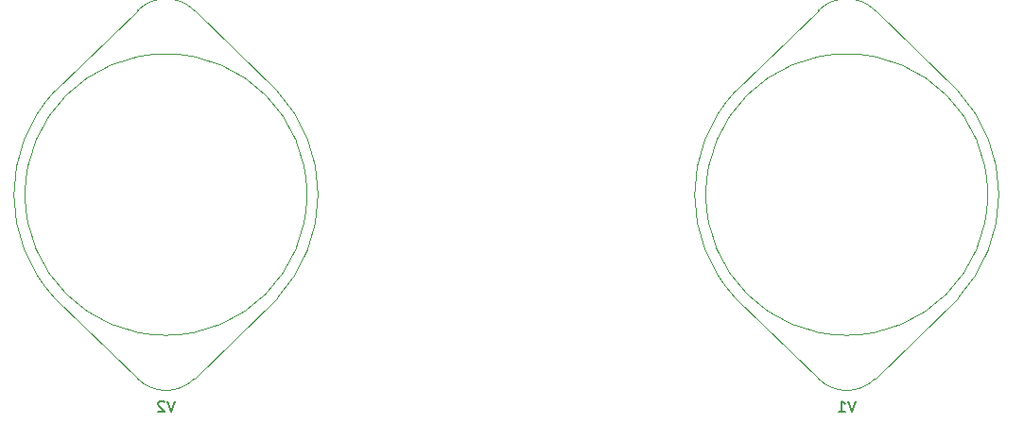
<source format=gbo>
G04 #@! TF.GenerationSoftware,KiCad,Pcbnew,5.1.10-88a1d61d58~90~ubuntu20.04.1*
G04 #@! TF.CreationDate,2021-08-18T14:00:20-04:00*
G04 #@! TF.ProjectId,single_ended_tube_amp,73696e67-6c65-45f6-956e-6465645f7475,0*
G04 #@! TF.SameCoordinates,Original*
G04 #@! TF.FileFunction,Legend,Bot*
G04 #@! TF.FilePolarity,Positive*
%FSLAX46Y46*%
G04 Gerber Fmt 4.6, Leading zero omitted, Abs format (unit mm)*
G04 Created by KiCad (PCBNEW 5.1.10-88a1d61d58~90~ubuntu20.04.1) date 2021-08-18 14:00:20*
%MOMM*%
%LPD*%
G01*
G04 APERTURE LIST*
%ADD10C,0.120000*%
%ADD11C,0.150000*%
%ADD12C,2.400000*%
%ADD13R,2.400000X2.400000*%
%ADD14O,2.400000X2.400000*%
%ADD15C,2.800000*%
%ADD16C,2.550000*%
%ADD17R,3.200000X3.200000*%
%ADD18C,3.200000*%
%ADD19C,2.000000*%
%ADD20C,2.500000*%
%ADD21O,3.500000X3.500000*%
%ADD22C,3.100000*%
%ADD23O,1.600000X1.600000*%
%ADD24C,1.600000*%
%ADD25C,2.340000*%
%ADD26R,1.600000X1.600000*%
G04 APERTURE END LIST*
D10*
X132080000Y-62230000D02*
X124663402Y-69447175D01*
X137160000Y-62230000D02*
X144549644Y-69418380D01*
X124690355Y-88061621D02*
X132080000Y-95250000D01*
X137160000Y-95250000D02*
X144555923Y-88054927D01*
X147240000Y-78740000D02*
G75*
G03*
X147240000Y-78740000I-12620000J0D01*
G01*
X144555923Y-88054927D02*
G75*
G03*
X148239487Y-78740000I-9935923J9314927D01*
G01*
X132080000Y-95250000D02*
G75*
G03*
X137160000Y-95250000I2540000J2540000D01*
G01*
X137160000Y-62230000D02*
G75*
G03*
X132080000Y-62230000I-2540000J-2540000D01*
G01*
X148239487Y-78740000D02*
G75*
G03*
X144549644Y-69418380I-13619487J0D01*
G01*
X124663402Y-69447175D02*
G75*
G03*
X124690356Y-88061620I9956598J-9292825D01*
G01*
X71120000Y-62230000D02*
X63703402Y-69447175D01*
X76200000Y-62230000D02*
X83589644Y-69418380D01*
X63730355Y-88061621D02*
X71120000Y-95250000D01*
X76200000Y-95250000D02*
X83595923Y-88054927D01*
X86280000Y-78740000D02*
G75*
G03*
X86280000Y-78740000I-12620000J0D01*
G01*
X83595923Y-88054927D02*
G75*
G03*
X87279487Y-78740000I-9935923J9314927D01*
G01*
X71120000Y-95250000D02*
G75*
G03*
X76200000Y-95250000I2540000J2540000D01*
G01*
X76200000Y-62230000D02*
G75*
G03*
X71120000Y-62230000I-2540000J-2540000D01*
G01*
X87279487Y-78740000D02*
G75*
G03*
X83589644Y-69418380I-13619487J0D01*
G01*
X63703402Y-69447175D02*
G75*
G03*
X63730356Y-88061620I9956598J-9292825D01*
G01*
D11*
X135429523Y-97242380D02*
X135096190Y-98242380D01*
X134762857Y-97242380D01*
X133905714Y-98242380D02*
X134477142Y-98242380D01*
X134191428Y-98242380D02*
X134191428Y-97242380D01*
X134286666Y-97385238D01*
X134381904Y-97480476D01*
X134477142Y-97528095D01*
X74469523Y-97242380D02*
X74136190Y-98242380D01*
X73802857Y-97242380D01*
X73517142Y-97337619D02*
X73469523Y-97290000D01*
X73374285Y-97242380D01*
X73136190Y-97242380D01*
X73040952Y-97290000D01*
X72993333Y-97337619D01*
X72945714Y-97432857D01*
X72945714Y-97528095D01*
X72993333Y-97670952D01*
X73564761Y-98242380D01*
X72945714Y-98242380D01*
%LPC*%
D12*
X36950000Y-121920000D03*
D13*
X44450000Y-121920000D03*
D12*
X19170000Y-121920000D03*
D13*
X26670000Y-121920000D03*
D14*
X116840000Y-71120000D03*
D12*
X116840000Y-91440000D03*
D15*
X-5080000Y-119100000D03*
X-5080000Y-114300000D03*
D16*
X8720000Y-119100000D03*
G36*
G01*
X7694999Y-113025000D02*
X9745001Y-113025000D01*
G75*
G02*
X9995000Y-113274999I0J-249999D01*
G01*
X9995000Y-115325001D01*
G75*
G02*
X9745001Y-115575000I-249999J0D01*
G01*
X7694999Y-115575000D01*
G75*
G02*
X7445000Y-115325001I0J249999D01*
G01*
X7445000Y-113274999D01*
G75*
G02*
X7694999Y-113025000I249999J0D01*
G01*
G37*
D17*
X15240000Y-91440000D03*
D18*
X15240000Y-96520000D03*
X15240000Y-101600000D03*
X15240000Y-106680000D03*
D12*
X142240000Y-125730000D03*
D13*
X149740000Y-125730000D03*
D12*
X121920000Y-125730000D03*
D13*
X129420000Y-125730000D03*
D12*
X100450000Y-125730000D03*
D13*
X107950000Y-125730000D03*
D12*
X78860000Y-125730000D03*
D13*
X86360000Y-125730000D03*
D12*
X57270000Y-125730000D03*
D13*
X64770000Y-125730000D03*
G36*
G01*
X53760000Y-41730000D02*
X53760000Y-43230000D01*
G75*
G02*
X53510000Y-43480000I-250000J0D01*
G01*
X52010000Y-43480000D01*
G75*
G02*
X51760000Y-43230000I0J250000D01*
G01*
X51760000Y-41730000D01*
G75*
G02*
X52010000Y-41480000I250000J0D01*
G01*
X53510000Y-41480000D01*
G75*
G02*
X53760000Y-41730000I0J-250000D01*
G01*
G37*
D19*
X48260000Y-42480000D03*
D20*
X52760000Y-30480000D03*
X48260000Y-30480000D03*
G36*
G01*
X128000000Y-41730000D02*
X128000000Y-43230000D01*
G75*
G02*
X127750000Y-43480000I-250000J0D01*
G01*
X126250000Y-43480000D01*
G75*
G02*
X126000000Y-43230000I0J250000D01*
G01*
X126000000Y-41730000D01*
G75*
G02*
X126250000Y-41480000I250000J0D01*
G01*
X127750000Y-41480000D01*
G75*
G02*
X128000000Y-41730000I0J-250000D01*
G01*
G37*
D19*
X122500000Y-42480000D03*
D20*
X127000000Y-30480000D03*
X122500000Y-30480000D03*
G36*
G01*
X150860000Y-41730000D02*
X150860000Y-43230000D01*
G75*
G02*
X150610000Y-43480000I-250000J0D01*
G01*
X149110000Y-43480000D01*
G75*
G02*
X148860000Y-43230000I0J250000D01*
G01*
X148860000Y-41730000D01*
G75*
G02*
X149110000Y-41480000I250000J0D01*
G01*
X150610000Y-41480000D01*
G75*
G02*
X150860000Y-41730000I0J-250000D01*
G01*
G37*
D19*
X145360000Y-42480000D03*
X140860000Y-42480000D03*
D20*
X149860000Y-30480000D03*
X145360000Y-30480000D03*
X140860000Y-30480000D03*
G36*
G01*
X170600000Y-41730000D02*
X170600000Y-43230000D01*
G75*
G02*
X170350000Y-43480000I-250000J0D01*
G01*
X168850000Y-43480000D01*
G75*
G02*
X168600000Y-43230000I0J250000D01*
G01*
X168600000Y-41730000D01*
G75*
G02*
X168850000Y-41480000I250000J0D01*
G01*
X170350000Y-41480000D01*
G75*
G02*
X170600000Y-41730000I0J-250000D01*
G01*
G37*
D19*
X165100000Y-42480000D03*
D20*
X169600000Y-30480000D03*
X165100000Y-30480000D03*
D17*
X-5080000Y-125730000D03*
D18*
X0Y-125730000D03*
X5080000Y-125730000D03*
X10160000Y-125730000D03*
D15*
X-4910000Y-63220000D03*
X-4910000Y-58420000D03*
D16*
X8890000Y-63220000D03*
G36*
G01*
X7864999Y-57145000D02*
X9915001Y-57145000D01*
G75*
G02*
X10165000Y-57394999I0J-249999D01*
G01*
X10165000Y-59445001D01*
G75*
G02*
X9915001Y-59695000I-249999J0D01*
G01*
X7864999Y-59695000D01*
G75*
G02*
X7615000Y-59445001I0J249999D01*
G01*
X7615000Y-57394999D01*
G75*
G02*
X7864999Y-57145000I249999J0D01*
G01*
G37*
D15*
X-5080000Y-105840000D03*
X-5080000Y-101040000D03*
X-5080000Y-96240000D03*
X-5080000Y-91440000D03*
D16*
X8720000Y-105840000D03*
X8720000Y-101040000D03*
X8720000Y-96240000D03*
G36*
G01*
X7694999Y-90165000D02*
X9745001Y-90165000D01*
G75*
G02*
X9995000Y-90414999I0J-249999D01*
G01*
X9995000Y-92465001D01*
G75*
G02*
X9745001Y-92715000I-249999J0D01*
G01*
X7694999Y-92715000D01*
G75*
G02*
X7445000Y-92465001I0J249999D01*
G01*
X7445000Y-90414999D01*
G75*
G02*
X7694999Y-90165000I249999J0D01*
G01*
G37*
D15*
X-5080000Y-81990000D03*
X-5080000Y-77190000D03*
X-5080000Y-72390000D03*
D16*
X8720000Y-81990000D03*
X8720000Y-77190000D03*
G36*
G01*
X7694999Y-71115000D02*
X9745001Y-71115000D01*
G75*
G02*
X9995000Y-71364999I0J-249999D01*
G01*
X9995000Y-73415001D01*
G75*
G02*
X9745001Y-73665000I-249999J0D01*
G01*
X7694999Y-73665000D01*
G75*
G02*
X7445000Y-73415001I0J249999D01*
G01*
X7445000Y-71364999D01*
G75*
G02*
X7694999Y-71115000I249999J0D01*
G01*
G37*
D21*
X126125322Y-84911745D03*
X124120000Y-78740000D03*
X126125322Y-72568255D03*
X131375322Y-68753907D03*
X137864678Y-68753907D03*
X143114678Y-72568255D03*
X145120000Y-78740000D03*
X143114678Y-84911745D03*
X137864678Y-88726093D03*
D22*
X134620000Y-92990000D03*
X134620000Y-64490000D03*
X134620000Y-78740000D03*
D21*
X65165322Y-84911745D03*
X63160000Y-78740000D03*
X65165322Y-72568255D03*
X70415322Y-68753907D03*
X76904678Y-68753907D03*
X82154678Y-72568255D03*
X84160000Y-78740000D03*
X82154678Y-84911745D03*
X76904678Y-88726093D03*
D22*
X73660000Y-92990000D03*
X73660000Y-64490000D03*
X73660000Y-78740000D03*
D18*
X-5080000Y-135890000D03*
X175260000Y-135890000D03*
X175260000Y-30480000D03*
X-5080000Y-30480000D03*
D23*
X56830000Y-66040000D03*
D24*
X36830000Y-66040000D03*
D14*
X16510000Y-135890000D03*
D12*
X46990000Y-135890000D03*
D25*
X26590000Y-64570000D03*
X21590000Y-52070000D03*
X16590000Y-64570000D03*
D14*
X161290000Y-113030000D03*
D12*
X161290000Y-133350000D03*
D14*
X132080000Y-109220000D03*
D12*
X152400000Y-109220000D03*
D14*
X106680000Y-109220000D03*
D12*
X127000000Y-109220000D03*
D14*
X71120000Y-109220000D03*
D12*
X101600000Y-109220000D03*
D14*
X35560000Y-109220000D03*
D12*
X66040000Y-109220000D03*
D14*
X64770000Y-99060000D03*
D12*
X85090000Y-99060000D03*
D14*
X36830000Y-57150000D03*
D12*
X57150000Y-57150000D03*
D14*
X36830000Y-81280000D03*
D12*
X57150000Y-81280000D03*
D14*
X57150000Y-73660000D03*
D12*
X36830000Y-73660000D03*
D14*
X92075000Y-71120000D03*
D12*
X92075000Y-91440000D03*
D14*
X99695000Y-71120000D03*
D12*
X99695000Y-91440000D03*
D14*
X106680000Y-59690000D03*
D12*
X86360000Y-59690000D03*
D14*
X86360000Y-50800000D03*
D12*
X106680000Y-50800000D03*
D14*
X132080000Y-102870000D03*
D12*
X152400000Y-102870000D03*
D14*
X165100000Y-48260000D03*
D12*
X165100000Y-68580000D03*
D14*
X151130000Y-74930000D03*
D12*
X151130000Y-95250000D03*
D14*
X158750000Y-95250000D03*
D12*
X158750000Y-74930000D03*
D14*
X166370000Y-74930000D03*
D12*
X166370000Y-95250000D03*
D14*
X173990000Y-95250000D03*
D12*
X173990000Y-74930000D03*
D23*
X36830000Y-48260000D03*
D24*
X61830000Y-48260000D03*
D23*
X86360000Y-40640000D03*
D24*
X106360000Y-40640000D03*
D23*
X107950000Y-91120000D03*
D24*
X107950000Y-71120000D03*
X111800000Y-64770000D03*
D26*
X114300000Y-64770000D03*
D23*
X146920000Y-48260000D03*
D24*
X121920000Y-48260000D03*
D23*
X146920000Y-57150000D03*
D24*
X121920000Y-57150000D03*
D23*
X154940000Y-68580000D03*
D24*
X154940000Y-48580000D03*
X161330000Y-101727000D03*
D26*
X163830000Y-101727000D03*
M02*

</source>
